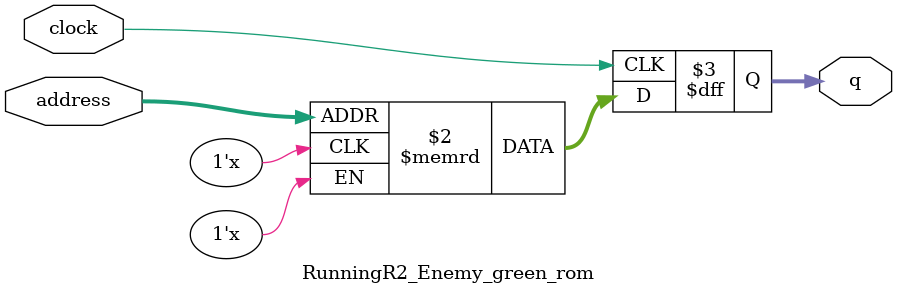
<source format=sv>
module RunningR2_Enemy_green_rom (
	input logic clock,
	input logic [11:0] address,
	output logic [2:0] q
);

logic [2:0] memory [0:2639] /* synthesis ram_init_file = "./RunningR2_Enemy_green/RunningR2_Enemy_green.mif" */;

always_ff @ (posedge clock) begin
	q <= memory[address];
end

endmodule

</source>
